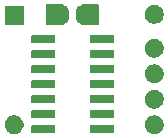
<source format=gbr>
G04 #@! TF.GenerationSoftware,KiCad,Pcbnew,(5.1.2)-2*
G04 #@! TF.CreationDate,2019-10-19T23:40:14+02:00*
G04 #@! TF.ProjectId,PlayStation 1 Reset Mod,506c6179-5374-4617-9469-6f6e20312052,rev?*
G04 #@! TF.SameCoordinates,Original*
G04 #@! TF.FileFunction,Soldermask,Top*
G04 #@! TF.FilePolarity,Negative*
%FSLAX46Y46*%
G04 Gerber Fmt 4.6, Leading zero omitted, Abs format (unit mm)*
G04 Created by KiCad (PCBNEW (5.1.2)-2) date 2019-10-19 23:40:14*
%MOMM*%
%LPD*%
G04 APERTURE LIST*
%ADD10C,0.100000*%
G04 APERTURE END LIST*
D10*
G36*
X139425142Y-94165781D02*
G01*
X139562073Y-94222500D01*
X139570916Y-94226163D01*
X139702108Y-94313822D01*
X139813678Y-94425392D01*
X139901337Y-94556584D01*
X139901338Y-94556586D01*
X139961719Y-94702358D01*
X139992500Y-94857107D01*
X139992500Y-95014893D01*
X139961719Y-95169642D01*
X139901338Y-95315414D01*
X139901337Y-95315416D01*
X139813678Y-95446608D01*
X139702108Y-95558178D01*
X139570916Y-95645837D01*
X139570915Y-95645838D01*
X139570914Y-95645838D01*
X139425142Y-95706219D01*
X139270393Y-95737000D01*
X139112607Y-95737000D01*
X138957858Y-95706219D01*
X138812086Y-95645838D01*
X138812085Y-95645838D01*
X138812084Y-95645837D01*
X138680892Y-95558178D01*
X138569322Y-95446608D01*
X138481663Y-95315416D01*
X138481662Y-95315414D01*
X138421281Y-95169642D01*
X138390500Y-95014893D01*
X138390500Y-94857107D01*
X138421281Y-94702358D01*
X138481662Y-94556586D01*
X138481663Y-94556584D01*
X138569322Y-94425392D01*
X138680892Y-94313822D01*
X138812084Y-94226163D01*
X138820927Y-94222500D01*
X138957858Y-94165781D01*
X139112607Y-94135000D01*
X139270393Y-94135000D01*
X139425142Y-94165781D01*
X139425142Y-94165781D01*
G37*
G36*
X127550642Y-94165781D02*
G01*
X127687573Y-94222500D01*
X127696416Y-94226163D01*
X127827608Y-94313822D01*
X127939178Y-94425392D01*
X128026837Y-94556584D01*
X128026838Y-94556586D01*
X128087219Y-94702358D01*
X128118000Y-94857107D01*
X128118000Y-95014893D01*
X128087219Y-95169642D01*
X128026838Y-95315414D01*
X128026837Y-95315416D01*
X127939178Y-95446608D01*
X127827608Y-95558178D01*
X127696416Y-95645837D01*
X127696415Y-95645838D01*
X127696414Y-95645838D01*
X127550642Y-95706219D01*
X127395893Y-95737000D01*
X127238107Y-95737000D01*
X127083358Y-95706219D01*
X126937586Y-95645838D01*
X126937585Y-95645838D01*
X126937584Y-95645837D01*
X126806392Y-95558178D01*
X126694822Y-95446608D01*
X126607163Y-95315416D01*
X126607162Y-95315414D01*
X126546781Y-95169642D01*
X126516000Y-95014893D01*
X126516000Y-94857107D01*
X126546781Y-94702358D01*
X126607162Y-94556586D01*
X126607163Y-94556584D01*
X126694822Y-94425392D01*
X126806392Y-94313822D01*
X126937584Y-94226163D01*
X126946427Y-94222500D01*
X127083358Y-94165781D01*
X127238107Y-94135000D01*
X127395893Y-94135000D01*
X127550642Y-94165781D01*
X127550642Y-94165781D01*
G37*
G36*
X135679928Y-94968764D02*
G01*
X135701009Y-94975160D01*
X135720445Y-94985548D01*
X135737476Y-94999524D01*
X135751452Y-95016555D01*
X135761840Y-95035991D01*
X135768236Y-95057072D01*
X135771000Y-95085140D01*
X135771000Y-95548860D01*
X135768236Y-95576928D01*
X135761840Y-95598009D01*
X135751452Y-95617445D01*
X135737476Y-95634476D01*
X135720445Y-95648452D01*
X135701009Y-95658840D01*
X135679928Y-95665236D01*
X135651860Y-95668000D01*
X133838140Y-95668000D01*
X133810072Y-95665236D01*
X133788991Y-95658840D01*
X133769555Y-95648452D01*
X133752524Y-95634476D01*
X133738548Y-95617445D01*
X133728160Y-95598009D01*
X133721764Y-95576928D01*
X133719000Y-95548860D01*
X133719000Y-95085140D01*
X133721764Y-95057072D01*
X133728160Y-95035991D01*
X133738548Y-95016555D01*
X133752524Y-94999524D01*
X133769555Y-94985548D01*
X133788991Y-94975160D01*
X133810072Y-94968764D01*
X133838140Y-94966000D01*
X135651860Y-94966000D01*
X135679928Y-94968764D01*
X135679928Y-94968764D01*
G37*
G36*
X130729928Y-94968764D02*
G01*
X130751009Y-94975160D01*
X130770445Y-94985548D01*
X130787476Y-94999524D01*
X130801452Y-95016555D01*
X130811840Y-95035991D01*
X130818236Y-95057072D01*
X130821000Y-95085140D01*
X130821000Y-95548860D01*
X130818236Y-95576928D01*
X130811840Y-95598009D01*
X130801452Y-95617445D01*
X130787476Y-95634476D01*
X130770445Y-95648452D01*
X130751009Y-95658840D01*
X130729928Y-95665236D01*
X130701860Y-95668000D01*
X128888140Y-95668000D01*
X128860072Y-95665236D01*
X128838991Y-95658840D01*
X128819555Y-95648452D01*
X128802524Y-95634476D01*
X128788548Y-95617445D01*
X128778160Y-95598009D01*
X128771764Y-95576928D01*
X128769000Y-95548860D01*
X128769000Y-95085140D01*
X128771764Y-95057072D01*
X128778160Y-95035991D01*
X128788548Y-95016555D01*
X128802524Y-94999524D01*
X128819555Y-94985548D01*
X128838991Y-94975160D01*
X128860072Y-94968764D01*
X128888140Y-94966000D01*
X130701860Y-94966000D01*
X130729928Y-94968764D01*
X130729928Y-94968764D01*
G37*
G36*
X135679928Y-93698764D02*
G01*
X135701009Y-93705160D01*
X135720445Y-93715548D01*
X135737476Y-93729524D01*
X135751452Y-93746555D01*
X135761840Y-93765991D01*
X135768236Y-93787072D01*
X135771000Y-93815140D01*
X135771000Y-94278860D01*
X135768236Y-94306928D01*
X135761840Y-94328009D01*
X135751452Y-94347445D01*
X135737476Y-94364476D01*
X135720445Y-94378452D01*
X135701009Y-94388840D01*
X135679928Y-94395236D01*
X135651860Y-94398000D01*
X133838140Y-94398000D01*
X133810072Y-94395236D01*
X133788991Y-94388840D01*
X133769555Y-94378452D01*
X133752524Y-94364476D01*
X133738548Y-94347445D01*
X133728160Y-94328009D01*
X133721764Y-94306928D01*
X133719000Y-94278860D01*
X133719000Y-93815140D01*
X133721764Y-93787072D01*
X133728160Y-93765991D01*
X133738548Y-93746555D01*
X133752524Y-93729524D01*
X133769555Y-93715548D01*
X133788991Y-93705160D01*
X133810072Y-93698764D01*
X133838140Y-93696000D01*
X135651860Y-93696000D01*
X135679928Y-93698764D01*
X135679928Y-93698764D01*
G37*
G36*
X130729928Y-93698764D02*
G01*
X130751009Y-93705160D01*
X130770445Y-93715548D01*
X130787476Y-93729524D01*
X130801452Y-93746555D01*
X130811840Y-93765991D01*
X130818236Y-93787072D01*
X130821000Y-93815140D01*
X130821000Y-94278860D01*
X130818236Y-94306928D01*
X130811840Y-94328009D01*
X130801452Y-94347445D01*
X130787476Y-94364476D01*
X130770445Y-94378452D01*
X130751009Y-94388840D01*
X130729928Y-94395236D01*
X130701860Y-94398000D01*
X128888140Y-94398000D01*
X128860072Y-94395236D01*
X128838991Y-94388840D01*
X128819555Y-94378452D01*
X128802524Y-94364476D01*
X128788548Y-94347445D01*
X128778160Y-94328009D01*
X128771764Y-94306928D01*
X128769000Y-94278860D01*
X128769000Y-93815140D01*
X128771764Y-93787072D01*
X128778160Y-93765991D01*
X128788548Y-93746555D01*
X128802524Y-93729524D01*
X128819555Y-93715548D01*
X128838991Y-93705160D01*
X128860072Y-93698764D01*
X128888140Y-93696000D01*
X130701860Y-93696000D01*
X130729928Y-93698764D01*
X130729928Y-93698764D01*
G37*
G36*
X139425142Y-92006781D02*
G01*
X139570914Y-92067162D01*
X139570916Y-92067163D01*
X139702108Y-92154822D01*
X139813678Y-92266392D01*
X139901337Y-92397584D01*
X139901338Y-92397586D01*
X139961719Y-92543358D01*
X139992500Y-92698107D01*
X139992500Y-92855893D01*
X139961719Y-93010642D01*
X139901338Y-93156414D01*
X139901337Y-93156416D01*
X139813678Y-93287608D01*
X139702108Y-93399178D01*
X139570916Y-93486837D01*
X139570915Y-93486838D01*
X139570914Y-93486838D01*
X139425142Y-93547219D01*
X139270393Y-93578000D01*
X139112607Y-93578000D01*
X138957858Y-93547219D01*
X138812086Y-93486838D01*
X138812085Y-93486838D01*
X138812084Y-93486837D01*
X138680892Y-93399178D01*
X138569322Y-93287608D01*
X138481663Y-93156416D01*
X138481662Y-93156414D01*
X138421281Y-93010642D01*
X138390500Y-92855893D01*
X138390500Y-92698107D01*
X138421281Y-92543358D01*
X138481662Y-92397586D01*
X138481663Y-92397584D01*
X138569322Y-92266392D01*
X138680892Y-92154822D01*
X138812084Y-92067163D01*
X138812086Y-92067162D01*
X138957858Y-92006781D01*
X139112607Y-91976000D01*
X139270393Y-91976000D01*
X139425142Y-92006781D01*
X139425142Y-92006781D01*
G37*
G36*
X135679928Y-92428764D02*
G01*
X135701009Y-92435160D01*
X135720445Y-92445548D01*
X135737476Y-92459524D01*
X135751452Y-92476555D01*
X135761840Y-92495991D01*
X135768236Y-92517072D01*
X135771000Y-92545140D01*
X135771000Y-93008860D01*
X135768236Y-93036928D01*
X135761840Y-93058009D01*
X135751452Y-93077445D01*
X135737476Y-93094476D01*
X135720445Y-93108452D01*
X135701009Y-93118840D01*
X135679928Y-93125236D01*
X135651860Y-93128000D01*
X133838140Y-93128000D01*
X133810072Y-93125236D01*
X133788991Y-93118840D01*
X133769555Y-93108452D01*
X133752524Y-93094476D01*
X133738548Y-93077445D01*
X133728160Y-93058009D01*
X133721764Y-93036928D01*
X133719000Y-93008860D01*
X133719000Y-92545140D01*
X133721764Y-92517072D01*
X133728160Y-92495991D01*
X133738548Y-92476555D01*
X133752524Y-92459524D01*
X133769555Y-92445548D01*
X133788991Y-92435160D01*
X133810072Y-92428764D01*
X133838140Y-92426000D01*
X135651860Y-92426000D01*
X135679928Y-92428764D01*
X135679928Y-92428764D01*
G37*
G36*
X130729928Y-92428764D02*
G01*
X130751009Y-92435160D01*
X130770445Y-92445548D01*
X130787476Y-92459524D01*
X130801452Y-92476555D01*
X130811840Y-92495991D01*
X130818236Y-92517072D01*
X130821000Y-92545140D01*
X130821000Y-93008860D01*
X130818236Y-93036928D01*
X130811840Y-93058009D01*
X130801452Y-93077445D01*
X130787476Y-93094476D01*
X130770445Y-93108452D01*
X130751009Y-93118840D01*
X130729928Y-93125236D01*
X130701860Y-93128000D01*
X128888140Y-93128000D01*
X128860072Y-93125236D01*
X128838991Y-93118840D01*
X128819555Y-93108452D01*
X128802524Y-93094476D01*
X128788548Y-93077445D01*
X128778160Y-93058009D01*
X128771764Y-93036928D01*
X128769000Y-93008860D01*
X128769000Y-92545140D01*
X128771764Y-92517072D01*
X128778160Y-92495991D01*
X128788548Y-92476555D01*
X128802524Y-92459524D01*
X128819555Y-92445548D01*
X128838991Y-92435160D01*
X128860072Y-92428764D01*
X128888140Y-92426000D01*
X130701860Y-92426000D01*
X130729928Y-92428764D01*
X130729928Y-92428764D01*
G37*
G36*
X130729928Y-91158764D02*
G01*
X130751009Y-91165160D01*
X130770445Y-91175548D01*
X130787476Y-91189524D01*
X130801452Y-91206555D01*
X130811840Y-91225991D01*
X130818236Y-91247072D01*
X130821000Y-91275140D01*
X130821000Y-91738860D01*
X130818236Y-91766928D01*
X130811840Y-91788009D01*
X130801452Y-91807445D01*
X130787476Y-91824476D01*
X130770445Y-91838452D01*
X130751009Y-91848840D01*
X130729928Y-91855236D01*
X130701860Y-91858000D01*
X128888140Y-91858000D01*
X128860072Y-91855236D01*
X128838991Y-91848840D01*
X128819555Y-91838452D01*
X128802524Y-91824476D01*
X128788548Y-91807445D01*
X128778160Y-91788009D01*
X128771764Y-91766928D01*
X128769000Y-91738860D01*
X128769000Y-91275140D01*
X128771764Y-91247072D01*
X128778160Y-91225991D01*
X128788548Y-91206555D01*
X128802524Y-91189524D01*
X128819555Y-91175548D01*
X128838991Y-91165160D01*
X128860072Y-91158764D01*
X128888140Y-91156000D01*
X130701860Y-91156000D01*
X130729928Y-91158764D01*
X130729928Y-91158764D01*
G37*
G36*
X135679928Y-91158764D02*
G01*
X135701009Y-91165160D01*
X135720445Y-91175548D01*
X135737476Y-91189524D01*
X135751452Y-91206555D01*
X135761840Y-91225991D01*
X135768236Y-91247072D01*
X135771000Y-91275140D01*
X135771000Y-91738860D01*
X135768236Y-91766928D01*
X135761840Y-91788009D01*
X135751452Y-91807445D01*
X135737476Y-91824476D01*
X135720445Y-91838452D01*
X135701009Y-91848840D01*
X135679928Y-91855236D01*
X135651860Y-91858000D01*
X133838140Y-91858000D01*
X133810072Y-91855236D01*
X133788991Y-91848840D01*
X133769555Y-91838452D01*
X133752524Y-91824476D01*
X133738548Y-91807445D01*
X133728160Y-91788009D01*
X133721764Y-91766928D01*
X133719000Y-91738860D01*
X133719000Y-91275140D01*
X133721764Y-91247072D01*
X133728160Y-91225991D01*
X133738548Y-91206555D01*
X133752524Y-91189524D01*
X133769555Y-91175548D01*
X133788991Y-91165160D01*
X133810072Y-91158764D01*
X133838140Y-91156000D01*
X135651860Y-91156000D01*
X135679928Y-91158764D01*
X135679928Y-91158764D01*
G37*
G36*
X139425142Y-89847781D02*
G01*
X139564603Y-89905548D01*
X139570916Y-89908163D01*
X139702108Y-89995822D01*
X139813678Y-90107392D01*
X139901337Y-90238584D01*
X139901338Y-90238586D01*
X139961719Y-90384358D01*
X139992500Y-90539107D01*
X139992500Y-90696893D01*
X139961719Y-90851642D01*
X139901338Y-90997414D01*
X139901337Y-90997416D01*
X139813678Y-91128608D01*
X139702108Y-91240178D01*
X139570916Y-91327837D01*
X139570915Y-91327838D01*
X139570914Y-91327838D01*
X139425142Y-91388219D01*
X139270393Y-91419000D01*
X139112607Y-91419000D01*
X138957858Y-91388219D01*
X138812086Y-91327838D01*
X138812085Y-91327838D01*
X138812084Y-91327837D01*
X138680892Y-91240178D01*
X138569322Y-91128608D01*
X138481663Y-90997416D01*
X138481662Y-90997414D01*
X138421281Y-90851642D01*
X138390500Y-90696893D01*
X138390500Y-90539107D01*
X138421281Y-90384358D01*
X138481662Y-90238586D01*
X138481663Y-90238584D01*
X138569322Y-90107392D01*
X138680892Y-89995822D01*
X138812084Y-89908163D01*
X138818397Y-89905548D01*
X138957858Y-89847781D01*
X139112607Y-89817000D01*
X139270393Y-89817000D01*
X139425142Y-89847781D01*
X139425142Y-89847781D01*
G37*
G36*
X135679928Y-89888764D02*
G01*
X135701009Y-89895160D01*
X135720445Y-89905548D01*
X135737476Y-89919524D01*
X135751452Y-89936555D01*
X135761840Y-89955991D01*
X135768236Y-89977072D01*
X135771000Y-90005140D01*
X135771000Y-90468860D01*
X135768236Y-90496928D01*
X135761840Y-90518009D01*
X135751452Y-90537445D01*
X135737476Y-90554476D01*
X135720445Y-90568452D01*
X135701009Y-90578840D01*
X135679928Y-90585236D01*
X135651860Y-90588000D01*
X133838140Y-90588000D01*
X133810072Y-90585236D01*
X133788991Y-90578840D01*
X133769555Y-90568452D01*
X133752524Y-90554476D01*
X133738548Y-90537445D01*
X133728160Y-90518009D01*
X133721764Y-90496928D01*
X133719000Y-90468860D01*
X133719000Y-90005140D01*
X133721764Y-89977072D01*
X133728160Y-89955991D01*
X133738548Y-89936555D01*
X133752524Y-89919524D01*
X133769555Y-89905548D01*
X133788991Y-89895160D01*
X133810072Y-89888764D01*
X133838140Y-89886000D01*
X135651860Y-89886000D01*
X135679928Y-89888764D01*
X135679928Y-89888764D01*
G37*
G36*
X130729928Y-89888764D02*
G01*
X130751009Y-89895160D01*
X130770445Y-89905548D01*
X130787476Y-89919524D01*
X130801452Y-89936555D01*
X130811840Y-89955991D01*
X130818236Y-89977072D01*
X130821000Y-90005140D01*
X130821000Y-90468860D01*
X130818236Y-90496928D01*
X130811840Y-90518009D01*
X130801452Y-90537445D01*
X130787476Y-90554476D01*
X130770445Y-90568452D01*
X130751009Y-90578840D01*
X130729928Y-90585236D01*
X130701860Y-90588000D01*
X128888140Y-90588000D01*
X128860072Y-90585236D01*
X128838991Y-90578840D01*
X128819555Y-90568452D01*
X128802524Y-90554476D01*
X128788548Y-90537445D01*
X128778160Y-90518009D01*
X128771764Y-90496928D01*
X128769000Y-90468860D01*
X128769000Y-90005140D01*
X128771764Y-89977072D01*
X128778160Y-89955991D01*
X128788548Y-89936555D01*
X128802524Y-89919524D01*
X128819555Y-89905548D01*
X128838991Y-89895160D01*
X128860072Y-89888764D01*
X128888140Y-89886000D01*
X130701860Y-89886000D01*
X130729928Y-89888764D01*
X130729928Y-89888764D01*
G37*
G36*
X135679928Y-88618764D02*
G01*
X135701009Y-88625160D01*
X135720445Y-88635548D01*
X135737476Y-88649524D01*
X135751452Y-88666555D01*
X135761840Y-88685991D01*
X135768236Y-88707072D01*
X135771000Y-88735140D01*
X135771000Y-89198860D01*
X135768236Y-89226928D01*
X135761840Y-89248009D01*
X135751452Y-89267445D01*
X135737476Y-89284476D01*
X135720445Y-89298452D01*
X135701009Y-89308840D01*
X135679928Y-89315236D01*
X135651860Y-89318000D01*
X133838140Y-89318000D01*
X133810072Y-89315236D01*
X133788991Y-89308840D01*
X133769555Y-89298452D01*
X133752524Y-89284476D01*
X133738548Y-89267445D01*
X133728160Y-89248009D01*
X133721764Y-89226928D01*
X133719000Y-89198860D01*
X133719000Y-88735140D01*
X133721764Y-88707072D01*
X133728160Y-88685991D01*
X133738548Y-88666555D01*
X133752524Y-88649524D01*
X133769555Y-88635548D01*
X133788991Y-88625160D01*
X133810072Y-88618764D01*
X133838140Y-88616000D01*
X135651860Y-88616000D01*
X135679928Y-88618764D01*
X135679928Y-88618764D01*
G37*
G36*
X130729928Y-88618764D02*
G01*
X130751009Y-88625160D01*
X130770445Y-88635548D01*
X130787476Y-88649524D01*
X130801452Y-88666555D01*
X130811840Y-88685991D01*
X130818236Y-88707072D01*
X130821000Y-88735140D01*
X130821000Y-89198860D01*
X130818236Y-89226928D01*
X130811840Y-89248009D01*
X130801452Y-89267445D01*
X130787476Y-89284476D01*
X130770445Y-89298452D01*
X130751009Y-89308840D01*
X130729928Y-89315236D01*
X130701860Y-89318000D01*
X128888140Y-89318000D01*
X128860072Y-89315236D01*
X128838991Y-89308840D01*
X128819555Y-89298452D01*
X128802524Y-89284476D01*
X128788548Y-89267445D01*
X128778160Y-89248009D01*
X128771764Y-89226928D01*
X128769000Y-89198860D01*
X128769000Y-88735140D01*
X128771764Y-88707072D01*
X128778160Y-88685991D01*
X128788548Y-88666555D01*
X128802524Y-88649524D01*
X128819555Y-88635548D01*
X128838991Y-88625160D01*
X128860072Y-88618764D01*
X128888140Y-88616000D01*
X130701860Y-88616000D01*
X130729928Y-88618764D01*
X130729928Y-88618764D01*
G37*
G36*
X139425142Y-87688781D02*
G01*
X139570914Y-87749162D01*
X139570916Y-87749163D01*
X139702108Y-87836822D01*
X139813678Y-87948392D01*
X139880233Y-88048000D01*
X139901338Y-88079586D01*
X139961719Y-88225358D01*
X139992500Y-88380107D01*
X139992500Y-88537893D01*
X139961719Y-88692642D01*
X139934952Y-88757262D01*
X139901337Y-88838416D01*
X139813678Y-88969608D01*
X139702108Y-89081178D01*
X139570916Y-89168837D01*
X139570915Y-89168838D01*
X139570914Y-89168838D01*
X139425142Y-89229219D01*
X139270393Y-89260000D01*
X139112607Y-89260000D01*
X138957858Y-89229219D01*
X138812086Y-89168838D01*
X138812085Y-89168838D01*
X138812084Y-89168837D01*
X138680892Y-89081178D01*
X138569322Y-88969608D01*
X138481663Y-88838416D01*
X138448048Y-88757262D01*
X138421281Y-88692642D01*
X138390500Y-88537893D01*
X138390500Y-88380107D01*
X138421281Y-88225358D01*
X138481662Y-88079586D01*
X138502767Y-88048000D01*
X138569322Y-87948392D01*
X138680892Y-87836822D01*
X138812084Y-87749163D01*
X138812086Y-87749162D01*
X138957858Y-87688781D01*
X139112607Y-87658000D01*
X139270393Y-87658000D01*
X139425142Y-87688781D01*
X139425142Y-87688781D01*
G37*
G36*
X135679928Y-87348764D02*
G01*
X135701009Y-87355160D01*
X135720445Y-87365548D01*
X135737476Y-87379524D01*
X135751452Y-87396555D01*
X135761840Y-87415991D01*
X135768236Y-87437072D01*
X135771000Y-87465140D01*
X135771000Y-87928860D01*
X135768236Y-87956928D01*
X135761840Y-87978009D01*
X135751452Y-87997445D01*
X135737476Y-88014476D01*
X135720445Y-88028452D01*
X135701009Y-88038840D01*
X135679928Y-88045236D01*
X135651860Y-88048000D01*
X133838140Y-88048000D01*
X133810072Y-88045236D01*
X133788991Y-88038840D01*
X133769555Y-88028452D01*
X133752524Y-88014476D01*
X133738548Y-87997445D01*
X133728160Y-87978009D01*
X133721764Y-87956928D01*
X133719000Y-87928860D01*
X133719000Y-87465140D01*
X133721764Y-87437072D01*
X133728160Y-87415991D01*
X133738548Y-87396555D01*
X133752524Y-87379524D01*
X133769555Y-87365548D01*
X133788991Y-87355160D01*
X133810072Y-87348764D01*
X133838140Y-87346000D01*
X135651860Y-87346000D01*
X135679928Y-87348764D01*
X135679928Y-87348764D01*
G37*
G36*
X130729928Y-87348764D02*
G01*
X130751009Y-87355160D01*
X130770445Y-87365548D01*
X130787476Y-87379524D01*
X130801452Y-87396555D01*
X130811840Y-87415991D01*
X130818236Y-87437072D01*
X130821000Y-87465140D01*
X130821000Y-87928860D01*
X130818236Y-87956928D01*
X130811840Y-87978009D01*
X130801452Y-87997445D01*
X130787476Y-88014476D01*
X130770445Y-88028452D01*
X130751009Y-88038840D01*
X130729928Y-88045236D01*
X130701860Y-88048000D01*
X128888140Y-88048000D01*
X128860072Y-88045236D01*
X128838991Y-88038840D01*
X128819555Y-88028452D01*
X128802524Y-88014476D01*
X128788548Y-87997445D01*
X128778160Y-87978009D01*
X128771764Y-87956928D01*
X128769000Y-87928860D01*
X128769000Y-87465140D01*
X128771764Y-87437072D01*
X128778160Y-87415991D01*
X128788548Y-87396555D01*
X128802524Y-87379524D01*
X128819555Y-87365548D01*
X128838991Y-87355160D01*
X128860072Y-87348764D01*
X128888140Y-87346000D01*
X130701860Y-87346000D01*
X130729928Y-87348764D01*
X130729928Y-87348764D01*
G37*
G36*
X134356262Y-84692381D02*
G01*
X134391181Y-84702974D01*
X134423363Y-84720176D01*
X134451573Y-84743327D01*
X134474724Y-84771537D01*
X134491926Y-84803719D01*
X134502519Y-84838638D01*
X134506700Y-84881095D01*
X134506700Y-86347305D01*
X134502519Y-86389762D01*
X134491926Y-86424681D01*
X134474724Y-86456863D01*
X134451573Y-86485073D01*
X134423363Y-86508224D01*
X134391181Y-86525426D01*
X134356262Y-86536019D01*
X134313805Y-86540200D01*
X133172595Y-86540200D01*
X133130138Y-86536019D01*
X133095219Y-86525426D01*
X133063037Y-86508224D01*
X133034827Y-86485073D01*
X133011677Y-86456865D01*
X132998000Y-86431276D01*
X132984386Y-86410901D01*
X132967059Y-86393574D01*
X132946685Y-86379960D01*
X132924046Y-86370583D01*
X132900013Y-86365802D01*
X132887760Y-86365200D01*
X132862361Y-86365200D01*
X132817026Y-86360735D01*
X132779333Y-86349301D01*
X132744597Y-86330734D01*
X132714152Y-86305748D01*
X132689166Y-86275303D01*
X132670599Y-86240567D01*
X132659165Y-86202874D01*
X132655171Y-86162319D01*
X132650391Y-86138286D01*
X132641014Y-86115647D01*
X132627400Y-86095273D01*
X132616961Y-86084835D01*
X132588992Y-86050754D01*
X132570520Y-86016195D01*
X132559145Y-85978699D01*
X132554700Y-85933562D01*
X132554700Y-85294838D01*
X132559145Y-85249701D01*
X132570520Y-85212205D01*
X132588992Y-85177646D01*
X132616959Y-85143568D01*
X132627398Y-85133130D01*
X132641012Y-85112756D01*
X132650390Y-85090117D01*
X132655171Y-85066081D01*
X132659165Y-85025526D01*
X132670599Y-84987833D01*
X132689166Y-84953097D01*
X132714152Y-84922652D01*
X132744597Y-84897666D01*
X132779333Y-84879099D01*
X132817026Y-84867665D01*
X132862361Y-84863200D01*
X132887760Y-84863200D01*
X132912146Y-84860798D01*
X132935595Y-84853685D01*
X132957206Y-84842134D01*
X132976148Y-84826589D01*
X132991693Y-84807647D01*
X132998000Y-84797124D01*
X133011677Y-84771535D01*
X133034827Y-84743327D01*
X133063037Y-84720176D01*
X133095219Y-84702974D01*
X133130138Y-84692381D01*
X133172595Y-84688200D01*
X134313805Y-84688200D01*
X134356262Y-84692381D01*
X134356262Y-84692381D01*
G37*
G36*
X131381262Y-84692381D02*
G01*
X131416181Y-84702974D01*
X131448363Y-84720176D01*
X131476573Y-84743327D01*
X131499723Y-84771535D01*
X131513400Y-84797124D01*
X131527014Y-84817499D01*
X131544341Y-84834826D01*
X131564715Y-84848440D01*
X131587354Y-84857817D01*
X131611387Y-84862598D01*
X131623640Y-84863200D01*
X131649039Y-84863200D01*
X131694374Y-84867665D01*
X131732067Y-84879099D01*
X131766803Y-84897666D01*
X131797248Y-84922652D01*
X131822234Y-84953097D01*
X131840801Y-84987833D01*
X131852235Y-85025526D01*
X131856229Y-85066081D01*
X131861009Y-85090114D01*
X131870386Y-85112753D01*
X131884000Y-85133127D01*
X131894439Y-85143565D01*
X131922408Y-85177646D01*
X131940880Y-85212205D01*
X131952255Y-85249701D01*
X131956700Y-85294838D01*
X131956700Y-85933562D01*
X131952255Y-85978699D01*
X131940880Y-86016195D01*
X131922408Y-86050754D01*
X131894441Y-86084832D01*
X131884002Y-86095270D01*
X131870388Y-86115644D01*
X131861010Y-86138283D01*
X131856229Y-86162319D01*
X131852235Y-86202874D01*
X131840801Y-86240567D01*
X131822234Y-86275303D01*
X131797248Y-86305748D01*
X131766803Y-86330734D01*
X131732067Y-86349301D01*
X131694374Y-86360735D01*
X131649039Y-86365200D01*
X131623640Y-86365200D01*
X131599254Y-86367602D01*
X131575805Y-86374715D01*
X131554194Y-86386266D01*
X131535252Y-86401811D01*
X131519707Y-86420753D01*
X131513400Y-86431276D01*
X131499723Y-86456865D01*
X131476573Y-86485073D01*
X131448363Y-86508224D01*
X131416181Y-86525426D01*
X131381262Y-86536019D01*
X131338805Y-86540200D01*
X130197595Y-86540200D01*
X130155138Y-86536019D01*
X130120219Y-86525426D01*
X130088037Y-86508224D01*
X130059827Y-86485073D01*
X130036676Y-86456863D01*
X130019474Y-86424681D01*
X130008881Y-86389762D01*
X130004700Y-86347305D01*
X130004700Y-84881095D01*
X130008881Y-84838638D01*
X130019474Y-84803719D01*
X130036676Y-84771537D01*
X130059827Y-84743327D01*
X130088037Y-84720176D01*
X130120219Y-84702974D01*
X130155138Y-84692381D01*
X130197595Y-84688200D01*
X131338805Y-84688200D01*
X131381262Y-84692381D01*
X131381262Y-84692381D01*
G37*
G36*
X128118000Y-86466000D02*
G01*
X126516000Y-86466000D01*
X126516000Y-84864000D01*
X128118000Y-84864000D01*
X128118000Y-86466000D01*
X128118000Y-86466000D01*
G37*
G36*
X139425142Y-84827781D02*
G01*
X139560668Y-84883918D01*
X139570916Y-84888163D01*
X139702108Y-84975822D01*
X139813678Y-85087392D01*
X139901337Y-85218584D01*
X139901338Y-85218586D01*
X139961719Y-85364358D01*
X139992500Y-85519107D01*
X139992500Y-85676893D01*
X139961719Y-85831642D01*
X139942848Y-85877200D01*
X139901337Y-85977416D01*
X139813678Y-86108608D01*
X139702108Y-86220178D01*
X139570916Y-86307837D01*
X139570915Y-86307838D01*
X139570914Y-86307838D01*
X139425142Y-86368219D01*
X139270393Y-86399000D01*
X139112607Y-86399000D01*
X138957858Y-86368219D01*
X138812086Y-86307838D01*
X138812085Y-86307838D01*
X138812084Y-86307837D01*
X138680892Y-86220178D01*
X138569322Y-86108608D01*
X138481663Y-85977416D01*
X138440152Y-85877200D01*
X138421281Y-85831642D01*
X138390500Y-85676893D01*
X138390500Y-85519107D01*
X138421281Y-85364358D01*
X138481662Y-85218586D01*
X138481663Y-85218584D01*
X138569322Y-85087392D01*
X138680892Y-84975822D01*
X138812084Y-84888163D01*
X138822332Y-84883918D01*
X138957858Y-84827781D01*
X139112607Y-84797000D01*
X139270393Y-84797000D01*
X139425142Y-84827781D01*
X139425142Y-84827781D01*
G37*
M02*

</source>
